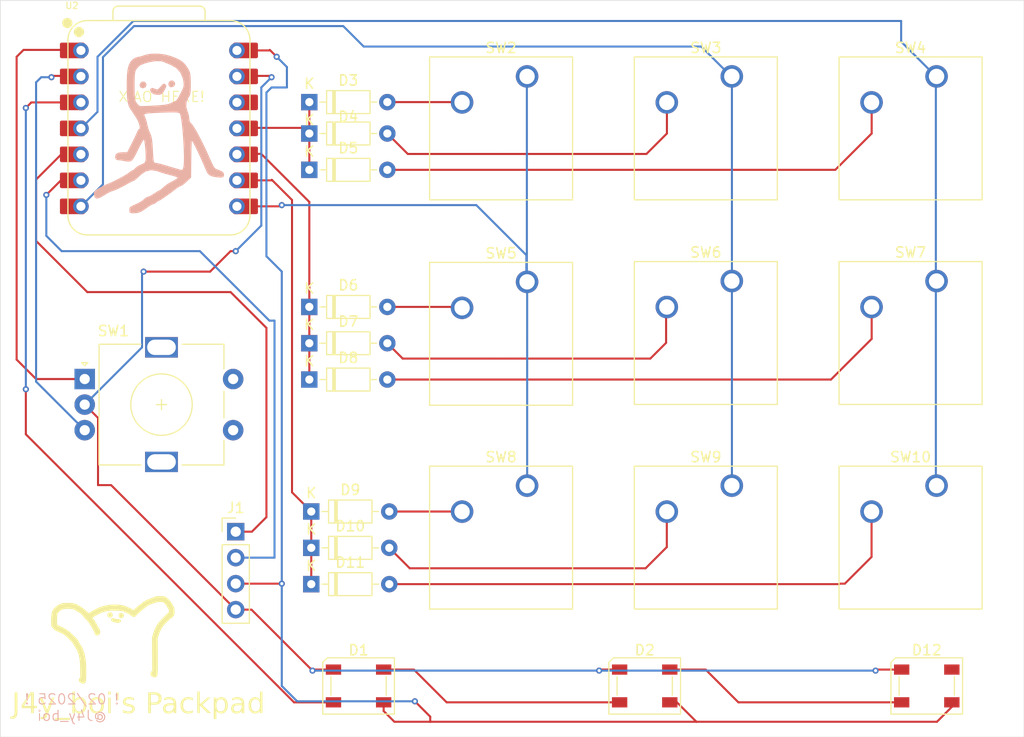
<source format=kicad_pcb>
(kicad_pcb (version 20240108) (generator "pcbnew") (generator_version "8.0")
  (title_block (title "j4y_boi's PackPad!"))
  (layers (0 "F.Cu" signal) (31 "B.Cu" signal) (34 "B.Paste" user) (35 "F.Paste" user) (36 "B.SilkS" user "B.Silkscreen") (37 "F.SilkS" user "F.Silkscreen") (38 "B.Mask" user) (39 "F.Mask" user) (44 "Edge.Cuts" user))
  (net 0 "")
  (net 1 "GND")
  (net 2 "+5V")
  (net 3 "Net-(D1-DOUT)")
  (net 4 "RGB")
  (net 5 "Net-(D12-DIN)")
  (net 6 "Net-(D3-A)")
  (net 7 "ROW0")
  (net 8 "Net-(D4-A)")
  (net 9 "Net-(D5-A)")
  (net 10 "ROW1")
  (net 11 "Net-(D6-A)")
  (net 12 "Net-(D7-A)")
  (net 13 "Net-(D8-A)")
  (net 14 "ROW2")
  (net 15 "Net-(D9-A)")
  (net 16 "Net-(D10-A)")
  (net 17 "Net-(D11-A)")
  (net 19 "SDA")
  (net 20 "SCL")
  (net 21 "POT_B")
  (net 22 "POT_A")
  (net 23 "COL0")
  (net 24 "COL1")
  (net 25 "COL2")
  (footprint "LED_SMD:LED_SK6812_PLCC4_5.0x5.0mm_P3.2mm" (layer "F.Cu") (at 137 133)
    (property "Reference" "D1" (at 0 -3.5 0) (layer "F.SilkS"))
    (property "Value" "SK6812")
    (pad "1" smd rect (at -2.45 -1.6 180) (size 1.5 1) (layers "F.Cu" "F.Paste" "F.Mask") (net 1 "GND"))
    (pad "2" smd rect (at -2.45 1.6 180) (size 1.5 1) (layers "F.Cu" "F.Paste" "F.Mask") (net 4 "RGB"))
    (pad "3" smd rect (at 2.45 1.6 180) (size 1.5 1) (layers "F.Cu" "F.Paste" "F.Mask") (net 2 "+5V"))
    (pad "4" smd rect (at 2.45 -1.6 180) (size 1.5 1) (layers "F.Cu" "F.Paste" "F.Mask") (net 3 "Net-(D1-DOUT)"))
  )
  (footprint "Button_Switch_Keyboard:SW_Cherry_MX_1.00u_PCB" (layer "F.Cu") (at 193.46 73.42)
    (property "Reference" "SW4" (at -2.54 -2.794 0) (layer "F.SilkS"))
    (property "Value" "SW_Push_45deg")
    (pad "" np_thru_hole circle (at -7.62 5.08) (size 1.7 1.7) (drill 1.7) (layers "*.Cu" "*.Mask"))
    (pad "" np_thru_hole circle (at -2.54 5.08) (size 4 4) (drill 4) (layers "*.Cu" "*.Mask"))
    (pad "" np_thru_hole circle (at 2.54 5.08) (size 1.7 1.7) (drill 1.7) (layers "*.Cu" "*.Mask"))
    (pad "1" thru_hole circle (at 0 0) (size 2.2 2.2) (drill 1.5) (layers "*.Cu" "*.Mask") (net 25 "COL2"))
    (pad "2" thru_hole circle (at -6.35 2.54) (size 2.2 2.2) (drill 1.5) (layers "*.Cu" "*.Mask") (net 9 "Net-(D5-A)"))
  )
  (footprint "LED_SMD:LED_SK6812_PLCC4_5.0x5.0mm_P3.2mm" (layer "F.Cu") (at 192.5 133)
    (property "Reference" "D12" (at 0 -3.5 0) (layer "F.SilkS"))
    (property "Value" "SK6812")
    (pad "1" smd rect (at -2.45 -1.6 180) (size 1.5 1) (layers "F.Cu" "F.Paste" "F.Mask") (net 1 "GND"))
    (pad "2" smd rect (at -2.45 1.6 180) (size 1.5 1) (layers "F.Cu" "F.Paste" "F.Mask") (net 5 "Net-(D12-DIN)"))
    (pad "3" smd rect (at 2.45 1.6 180) (size 1.5 1) (layers "F.Cu" "F.Paste" "F.Mask") (net 2 "+5V"))
    (pad "4" smd rect (at 2.45 -1.6 180) (size 1.5 1) (layers "F.Cu" "F.Paste" "F.Mask"))
  )
  (footprint "Seeed Studio XIAO Series Library:XIAO-RP2040-DIP" (layer "F.Cu") (at 117.5 78.5)
    (property "Reference" "U2" (at -8.5 -12 0) (layer "F.SilkS") (effects (font (size 0.635 0.635) (thickness 0.1016))))
    (property "Value" "XIAO-RP2040-DIP")
    (pad "1" smd roundrect (at -8.455 -7.62 180) (size 2.432 1.524) (layers "F.Cu" "F.Mask") (roundrect_rratio 0.1) (net 22 "POT_A"))
    (pad "1" thru_hole circle (at -7.62 -7.62 180) (size 1.524 1.524) (drill 0.889) (layers "*.Cu" "*.Mask") (net 22 "POT_A"))
    (pad "2" smd roundrect (at -8.455 -5.08 180) (size 2.432 1.524) (layers "F.Cu" "F.Mask") (roundrect_rratio 0.1) (net 21 "POT_B"))
    (pad "2" thru_hole circle (at -7.62 -5.08 180) (size 1.524 1.524) (drill 0.889) (layers "*.Cu" "*.Mask") (net 21 "POT_B"))
    (pad "3" smd roundrect (at -8.455 -2.54 180) (size 2.432 1.524) (layers "F.Cu" "F.Mask") (roundrect_rratio 0.1) (net 4 "RGB"))
    (pad "3" thru_hole circle (at -7.62 -2.54 180) (size 1.524 1.524) (drill 0.889) (layers "*.Cu" "*.Mask") (net 4 "RGB"))
    (pad "4" smd roundrect (at -8.455 0 180) (size 2.432 1.524) (layers "F.Cu" "F.Mask") (roundrect_rratio 0.1) (net 25 "COL2"))
    (pad "4" thru_hole circle (at -7.62 0 180) (size 1.524 1.524) (drill 0.889) (layers "*.Cu" "*.Mask") (net 25 "COL2"))
    (pad "5" smd roundrect (at -8.455 2.54 180) (size 2.432 1.524) (layers "F.Cu" "F.Mask") (roundrect_rratio 0.1) (net 19 "SDA"))
    (pad "5" thru_hole circle (at -7.62 2.54 180) (size 1.524 1.524) (drill 0.889) (layers "*.Cu" "*.Mask") (net 19 "SDA"))
    (pad "6" smd roundrect (at -8.455 5.08 180) (size 2.432 1.524) (layers "F.Cu" "F.Mask") (roundrect_rratio 0.1) (net 20 "SCL"))
    (pad "6" thru_hole circle (at -7.62 5.08 180) (size 1.524 1.524) (drill 0.889) (layers "*.Cu" "*.Mask") (net 20 "SCL"))
    (pad "7" smd roundrect (at -8.455 7.62 180) (size 2.432 1.524) (layers "F.Cu" "F.Mask") (roundrect_rratio 0.1) (net 24 "COL1"))
    (pad "7" thru_hole circle (at -7.62 7.62 180) (size 1.524 1.524) (drill 0.889) (layers "*.Cu" "*.Mask") (net 24 "COL1"))
    (pad "8" thru_hole circle (at 7.62 7.62) (size 1.524 1.524) (drill 0.889) (layers "*.Cu" "*.Mask") (net 23 "COL0"))
    (pad "8" smd roundrect (at 8.455 7.62) (size 2.432 1.524) (layers "F.Cu" "F.Mask") (roundrect_rratio 0.1) (net 23 "COL0"))
    (pad "9" thru_hole circle (at 7.62 5.08) (size 1.524 1.524) (drill 0.889) (layers "*.Cu" "*.Mask") (net 14 "ROW2"))
    (pad "9" smd roundrect (at 8.455 5.08) (size 2.432 1.524) (layers "F.Cu" "F.Mask") (roundrect_rratio 0.1) (net 14 "ROW2"))
    (pad "10" thru_hole circle (at 7.62 2.54) (size 1.524 1.524) (drill 0.889) (layers "*.Cu" "*.Mask") (net 10 "ROW1"))
    (pad "10" smd roundrect (at 8.455 2.54) (size 2.432 1.524) (layers "F.Cu" "F.Mask") (roundrect_rratio 0.1) (net 10 "ROW1"))
    (pad "11" thru_hole circle (at 7.62 0) (size 1.524 1.524) (drill 0.889) (layers "*.Cu" "*.Mask") (net 7 "ROW0"))
    (pad "11" smd roundrect (at 8.455 0) (size 2.432 1.524) (layers "F.Cu" "F.Mask") (roundrect_rratio 0.1) (net 7 "ROW0"))
    (pad "12" thru_hole circle (at 7.62 -2.54) (size 1.524 1.524) (drill 0.889) (layers "*.Cu" "*.Mask"))
    (pad "12" smd roundrect (at 8.455 -2.54) (size 2.432 1.524) (layers "F.Cu" "F.Mask") (roundrect_rratio 0.1))
    (pad "13" thru_hole circle (at 7.62 -5.08) (size 1.524 1.524) (drill 0.889) (layers "*.Cu" "*.Mask") (net 1 "GND"))
    (pad "13" smd roundrect (at 8.455 -5.08) (size 2.432 1.524) (layers "F.Cu" "F.Mask") (roundrect_rratio 0.1) (net 1 "GND"))
    (pad "14" thru_hole circle (at 7.62 -7.62) (size 1.524 1.524) (drill 0.889) (layers "*.Cu" "*.Mask") (net 2 "+5V"))
    (pad "14" smd roundrect (at 8.455 -7.62) (size 2.432 1.524) (layers "F.Cu" "F.Mask") (roundrect_rratio 0.1) (net 2 "+5V"))
  )
  (footprint "Diode_THT:D_DO-35_SOD27_P7.62mm_Horizontal" (layer "F.Cu") (at 132.19 79)
    (property "Reference" "D4" (at 3.81 -1.64 0) (layer "F.SilkS"))
    (property "Value" "D")
    (fp_text user "K" (at 0 -1.32 0) (layer "F.SilkS"))
    (pad "1" thru_hole rect (at 0 0) (size 1.6 1.6) (drill 0.8) (layers "*.Cu" "*.Mask") (net 7 "ROW0"))
    (pad "2" thru_hole oval (at 7.62 0) (size 1.6 1.6) (drill 0.8) (layers "*.Cu" "*.Mask") (net 8 "Net-(D4-A)"))
  )
  (footprint "Button_Switch_Keyboard:SW_Cherry_MX_1.00u_PCB" (layer "F.Cu") (at 173.46 113.42)
    (property "Reference" "SW9" (at -2.54 -2.794 0) (layer "F.SilkS"))
    (property "Value" "SW_Push_45deg")
    (pad "" np_thru_hole circle (at -7.62 5.08) (size 1.7 1.7) (drill 1.7) (layers "*.Cu" "*.Mask"))
    (pad "" np_thru_hole circle (at -2.54 5.08) (size 4 4) (drill 4) (layers "*.Cu" "*.Mask"))
    (pad "" np_thru_hole circle (at 2.54 5.08) (size 1.7 1.7) (drill 1.7) (layers "*.Cu" "*.Mask"))
    (pad "1" thru_hole circle (at 0 0) (size 2.2 2.2) (drill 1.5) (layers "*.Cu" "*.Mask") (net 24 "COL1"))
    (pad "2" thru_hole circle (at -6.35 2.54) (size 2.2 2.2) (drill 1.5) (layers "*.Cu" "*.Mask") (net 16 "Net-(D10-A)"))
  )
  (footprint "Button_Switch_Keyboard:SW_Cherry_MX_1.00u_PCB" (layer "F.Cu") (at 193.46 93.42)
    (property "Reference" "SW7" (at -2.54 -2.794 0) (layer "F.SilkS"))
    (property "Value" "SW_Push_45deg")
    (pad "" np_thru_hole circle (at -7.62 5.08) (size 1.7 1.7) (drill 1.7) (layers "*.Cu" "*.Mask"))
    (pad "" np_thru_hole circle (at -2.54 5.08) (size 4 4) (drill 4) (layers "*.Cu" "*.Mask"))
    (pad "" np_thru_hole circle (at 2.54 5.08) (size 1.7 1.7) (drill 1.7) (layers "*.Cu" "*.Mask"))
    (pad "1" thru_hole circle (at 0 0) (size 2.2 2.2) (drill 1.5) (layers "*.Cu" "*.Mask") (net 25 "COL2"))
    (pad "2" thru_hole circle (at -6.35 2.54) (size 2.2 2.2) (drill 1.5) (layers "*.Cu" "*.Mask") (net 13 "Net-(D8-A)"))
  )
  (footprint "Button_Switch_Keyboard:SW_Cherry_MX_1.00u_PCB" (layer "F.Cu") (at 153.46 93.5)
    (property "Reference" "SW5" (at -2.54 -2.794 0) (layer "F.SilkS"))
    (property "Value" "SW_Push_45deg")
    (pad "" np_thru_hole circle (at -7.62 5.08) (size 1.7 1.7) (drill 1.7) (layers "*.Cu" "*.Mask"))
    (pad "" np_thru_hole circle (at -2.54 5.08) (size 4 4) (drill 4) (layers "*.Cu" "*.Mask"))
    (pad "" np_thru_hole circle (at 2.54 5.08) (size 1.7 1.7) (drill 1.7) (layers "*.Cu" "*.Mask"))
    (pad "1" thru_hole circle (at 0 0) (size 2.2 2.2) (drill 1.5) (layers "*.Cu" "*.Mask") (net 23 "COL0"))
    (pad "2" thru_hole circle (at -6.35 2.54) (size 2.2 2.2) (drill 1.5) (layers "*.Cu" "*.Mask") (net 11 "Net-(D6-A)"))
  )
  (footprint "Diode_THT:D_DO-35_SOD27_P7.62mm_Horizontal" (layer "F.Cu") (at 132.38 119.5)
    (property "Reference" "D10" (at 3.81 -2.12 0) (layer "F.SilkS"))
    (property "Value" "D")
    (fp_text user "K" (at 0 -1.8 0) (layer "F.SilkS"))
    (pad "1" thru_hole rect (at 0 0) (size 1.6 1.6) (drill 0.8) (layers "*.Cu" "*.Mask") (net 14 "ROW2"))
    (pad "2" thru_hole oval (at 7.62 0) (size 1.6 1.6) (drill 0.8) (layers "*.Cu" "*.Mask") (net 16 "Net-(D10-A)"))
  )
  (footprint "Diode_THT:D_DO-35_SOD27_P7.62mm_Horizontal" (layer "F.Cu") (at 132.38 115.95)
    (property "Reference" "D9" (at 3.81 -2.12 0) (layer "F.SilkS"))
    (property "Value" "D")
    (fp_text user "K" (at 0 -1.8 0) (layer "F.SilkS"))
    (pad "1" thru_hole rect (at 0 0) (size 1.6 1.6) (drill 0.8) (layers "*.Cu" "*.Mask") (net 14 "ROW2"))
    (pad "2" thru_hole oval (at 7.62 0) (size 1.6 1.6) (drill 0.8) (layers "*.Cu" "*.Mask") (net 15 "Net-(D9-A)"))
  )
  (footprint "Diode_THT:D_DO-35_SOD27_P7.62mm_Horizontal" (layer "F.Cu") (at 132.38 123.05)
    (property "Reference" "D11" (at 3.81 -2.12 0) (layer "F.SilkS"))
    (property "Value" "D")
    (fp_text user "K" (at 0 -1.8 0) (layer "F.SilkS"))
    (pad "1" thru_hole rect (at 0 0) (size 1.6 1.6) (drill 0.8) (layers "*.Cu" "*.Mask") (net 14 "ROW2"))
    (pad "2" thru_hole oval (at 7.62 0) (size 1.6 1.6) (drill 0.8) (layers "*.Cu" "*.Mask") (net 17 "Net-(D11-A)"))
  )
  (footprint "LED_SMD:LED_SK6812_PLCC4_5.0x5.0mm_P3.2mm" (layer "F.Cu") (at 164.95 133)
    (property "Reference" "D2" (at 0 -3.5 0) (layer "F.SilkS"))
    (property "Value" "SK6812")
    (pad "1" smd rect (at -2.45 -1.6 180) (size 1.5 1) (layers "F.Cu" "F.Paste" "F.Mask") (net 1 "GND"))
    (pad "2" smd rect (at -2.45 1.6 180) (size 1.5 1) (layers "F.Cu" "F.Paste" "F.Mask") (net 3 "Net-(D1-DOUT)"))
    (pad "3" smd rect (at 2.45 1.6 180) (size 1.5 1) (layers "F.Cu" "F.Paste" "F.Mask") (net 2 "+5V"))
    (pad "4" smd rect (at 2.45 -1.6 180) (size 1.5 1) (layers "F.Cu" "F.Paste" "F.Mask") (net 5 "Net-(D12-DIN)"))
  )
  (footprint "Rotary_Encoder:RotaryEncoder_Alps_EC11E-Switch_Vertical_H20mm" (layer "F.Cu") (at 110.25 103)
    (property "Reference" "SW1" (at 2.8 -4.7 0) (layer "F.SilkS"))
    (property "Value" "RotaryEncoder")
    (pad "A" thru_hole rect (at 0 0) (size 2 2) (drill 1) (layers "*.Cu" "*.Mask") (net 22 "POT_A"))
    (pad "B" thru_hole circle (at 0 5) (size 2 2) (drill 1) (layers "*.Cu" "*.Mask") (net 21 "POT_B"))
    (pad "C" thru_hole circle (at 0 2.5) (size 2 2) (drill 1) (layers "*.Cu" "*.Mask") (net 1 "GND"))
    (pad "MP" thru_hole rect (at 7.5 -3.1) (size 3.2 2) (drill oval 2.8 1.5) (layers "*.Cu" "*.Mask"))
    (pad "MP" thru_hole rect (at 7.5 8.1) (size 3.2 2) (drill oval 2.8 1.5) (layers "*.Cu" "*.Mask"))
    (pad "S1" thru_hole circle (at 14.5 5) (size 2 2) (drill 1) (layers "*.Cu" "*.Mask"))
    (pad "S2" thru_hole circle (at 14.5 0) (size 2 2) (drill 1) (layers "*.Cu" "*.Mask"))
  )
  (footprint "Connector_PinHeader_2.54mm:PinHeader_1x04_P2.54mm_Vertical" (layer "F.Cu") (at 125 117.92)
    (property "Reference" "J1" (at 0 -2.33 0) (layer "F.SilkS"))
    (property "Value" "OLED_DISPLAY")
    (pad "1" thru_hole rect (at 0 0) (size 1.7 1.7) (drill 1) (layers "*.Cu" "*.Mask") (net 19 "SDA"))
    (pad "2" thru_hole oval (at 0 2.54) (size 1.7 1.7) (drill 1) (layers "*.Cu" "*.Mask") (net 20 "SCL"))
    (pad "3" thru_hole oval (at 0 5.08) (size 1.7 1.7) (drill 1) (layers "*.Cu" "*.Mask") (net 2 "+5V"))
    (pad "4" thru_hole oval (at 0 7.62) (size 1.7 1.7) (drill 1) (layers "*.Cu" "*.Mask") (net 1 "GND"))
  )
  (footprint "Diode_THT:D_DO-35_SOD27_P7.62mm_Horizontal" (layer "F.Cu") (at 132.19 99.5)
    (property "Reference" "D7" (at 3.81 -2.12 0) (layer "F.SilkS"))
    (property "Value" "D")
    (fp_text user "K" (at 0 -1.8 0) (layer "F.SilkS"))
    (pad "1" thru_hole rect (at 0 0) (size 1.6 1.6) (drill 0.8) (layers "*.Cu" "*.Mask") (net 10 "ROW1"))
    (pad "2" thru_hole oval (at 7.62 0) (size 1.6 1.6) (drill 0.8) (layers "*.Cu" "*.Mask") (net 12 "Net-(D7-A)"))
  )
  (footprint "Button_Switch_Keyboard:SW_Cherry_MX_1.00u_PCB" (layer "F.Cu") (at 153.46 113.42)
    (property "Reference" "SW8" (at -2.54 -2.794 0) (layer "F.SilkS"))
    (property "Value" "SW_Push_45deg")
    (pad "" np_thru_hole circle (at -7.62 5.08) (size 1.7 1.7) (drill 1.7) (layers "*.Cu" "*.Mask"))
    (pad "" np_thru_hole circle (at -2.54 5.08) (size 4 4) (drill 4) (layers "*.Cu" "*.Mask"))
    (pad "" np_thru_hole circle (at 2.54 5.08) (size 1.7 1.7) (drill 1.7) (layers "*.Cu" "*.Mask"))
    (pad "1" thru_hole circle (at 0 0) (size 2.2 2.2) (drill 1.5) (layers "*.Cu" "*.Mask") (net 23 "COL0"))
    (pad "2" thru_hole circle (at -6.35 2.54) (size 2.2 2.2) (drill 1.5) (layers "*.Cu" "*.Mask") (net 15 "Net-(D9-A)"))
  )
  (footprint "Button_Switch_Keyboard:SW_Cherry_MX_1.00u_PCB" (layer "F.Cu") (at 193.46 113.42)
    (property "Reference" "SW10" (at -2.54 -2.794 0) (layer "F.SilkS"))
    (property "Value" "SW_Push_45deg")
    (pad "" np_thru_hole circle (at -7.62 5.08) (size 1.7 1.7) (drill 1.7) (layers "*.Cu" "*.Mask"))
    (pad "" np_thru_hole circle (at -2.54 5.08) (size 4 4) (drill 4) (layers "*.Cu" "*.Mask"))
    (pad "" np_thru_hole circle (at 2.54 5.08) (size 1.7 1.7) (drill 1.7) (layers "*.Cu" "*.Mask"))
    (pad "1" thru_hole circle (at 0 0) (size 2.2 2.2) (drill 1.5) (layers "*.Cu" "*.Mask") (net 25 "COL2"))
    (pad "2" thru_hole circle (at -6.35 2.54) (size 2.2 2.2) (drill 1.5) (layers "*.Cu" "*.Mask") (net 17 "Net-(D11-A)"))
  )
  (footprint "Button_Switch_Keyboard:SW_Cherry_MX_1.00u_PCB" (layer "F.Cu") (at 173.46 93.42)
    (property "Reference" "SW6" (at -2.54 -2.794 0) (layer "F.SilkS"))
    (property "Value" "SW_Push_45deg")
    (pad "" np_thru_hole circle (at -7.62 5.08) (size 1.7 1.7) (drill 1.7) (layers "*.Cu" "*.Mask"))
    (pad "" np_thru_hole circle (at -2.54 5.08) (size 4 4) (drill 4) (layers "*.Cu" "*.Mask"))
    (pad "" np_thru_hole circle (at 2.54 5.08) (size 1.7 1.7) (drill 1.7) (layers "*.Cu" "*.Mask"))
    (pad "1" thru_hole circle (at 0 0) (size 2.2 2.2) (drill 1.5) (layers "*.Cu" "*.Mask") (net 24 "COL1"))
    (pad "2" thru_hole circle (at -6.35 2.54) (size 2.2 2.2) (drill 1.5) (layers "*.Cu" "*.Mask") (net 12 "Net-(D7-A)"))
  )
  (footprint "Diode_THT:D_DO-35_SOD27_P7.62mm_Horizontal" (layer "F.Cu") (at 132.19 82.55)
    (property "Reference" "D5" (at 3.81 -2.12 0) (layer "F.SilkS"))
    (property "Value" "D")
    (fp_text user "K" (at 0 -1.8 0) (layer "F.SilkS"))
    (pad "1" thru_hole rect (at 0 0) (size 1.6 1.6) (drill 0.8) (layers "*.Cu" "*.Mask") (net 7 "ROW0"))
    (pad "2" thru_hole oval (at 7.62 0) (size 1.6 1.6) (drill 0.8) (layers "*.Cu" "*.Mask") (net 9 "Net-(D5-A)"))
  )
  (footprint "Button_Switch_Keyboard:SW_Cherry_MX_1.00u_PCB" (layer "F.Cu") (at 173.46 73.42)
    (property "Reference" "SW3" (at -2.54 -2.794 0) (layer "F.SilkS"))
    (property "Value" "SW_Push_45deg")
    (pad "" np_thru_hole circle (at -7.62 5.08) (size 1.7 1.7) (drill 1.7) (layers "*.Cu" "*.Mask"))
    (pad "" np_thru_hole circle (at -2.54 5.08) (size 4 4) (drill 4) (layers "*.Cu" "*.Mask"))
    (pad "" np_thru_hole circle (at 2.54 5.08) (size 1.7 1.7) (drill 1.7) (layers "*.Cu" "*.Mask"))
    (pad "1" thru_hole circle (at 0 0) (size 2.2 2.2) (drill 1.5) (layers "*.Cu" "*.Mask") (net 24 "COL1"))
    (pad "2" thru_hole circle (at -6.35 2.54) (size 2.2 2.2) (drill 1.5) (layers "*.Cu" "*.Mask") (net 8 "Net-(D4-A)"))
  )
  (footprint "LOGO" (layer "F.Cu") (at 113.696814 127.866603)
    (property "Reference" "G***" (hide yes))
    (property "Value" "LOGO" (hide yes))
  )
  (footprint "Diode_THT:D_DO-35_SOD27_P7.62mm_Horizontal" (layer "F.Cu") (at 132.19 75.93)
    (property "Reference" "D3" (at 3.81 -2.12 0) (layer "F.SilkS"))
    (property "Value" "D")
    (fp_text user "K" (at 0 -1.8 0) (layer "F.SilkS"))
    (pad "1" thru_hole rect (at 0 0) (size 1.6 1.6) (drill 0.8) (layers "*.Cu" "*.Mask") (net 7 "ROW0"))
    (pad "2" thru_hole oval (at 7.62 0) (size 1.6 1.6) (drill 0.8) (layers "*.Cu" "*.Mask") (net 6 "Net-(D3-A)"))
  )
  (footprint "Diode_THT:D_DO-35_SOD27_P7.62mm_Horizontal" (layer "F.Cu") (at 132.19 103.05)
    (property "Reference" "D8" (at 3.81 -2.12 0) (layer "F.SilkS"))
    (property "Value" "D")
    (fp_text user "K" (at 0 -1.8 0) (layer "F.SilkS"))
    (pad "1" thru_hole rect (at 0 0) (size 1.6 1.6) (drill 0.8) (layers "*.Cu" "*.Mask") (net 10 "ROW1"))
    (pad "2" thru_hole oval (at 7.62 0) (size 1.6 1.6) (drill 0.8) (layers "*.Cu" "*.Mask") (net 13 "Net-(D8-A)"))
  )
  (footprint "Button_Switch_Keyboard:SW_Cherry_MX_1.00u_PCB" (layer "F.Cu") (at 153.46 73.42)
    (property "Reference" "SW2" (at -2.54 -2.794 0) (layer "F.SilkS"))
    (property "Value" "SW_Push_45deg")
    (pad "" np_thru_hole circle (at -7.62 5.08) (size 1.7 1.7) (drill 1.7) (layers "*.Cu" "*.Mask"))
    (pad "" np_thru_hole circle (at -2.54 5.08) (size 4 4) (drill 4) (layers "*.Cu" "*.Mask"))
    (pad "" np_thru_hole circle (at 2.54 5.08) (size 1.7 1.7) (drill 1.7) (layers "*.Cu" "*.Mask"))
    (pad "1" thru_hole circle (at 0 0) (size 2.2 2.2) (drill 1.5) (layers "*.Cu" "*.Mask") (net 23 "COL0"))
    (pad "2" thru_hole circle (at -6.35 2.54) (size 2.2 2.2) (drill 1.5) (layers "*.Cu" "*.Mask") (net 6 "Net-(D3-A)"))
  )
  (footprint "Diode_THT:D_DO-35_SOD27_P7.62mm_Horizontal" (layer "F.Cu") (at 132.19 95.95)
    (property "Reference" "D6" (at 3.81 -2.12 0) (layer "F.SilkS"))
    (property "Value" "D")
    (fp_text user "K" (at 0 -1.8 0) (layer "F.SilkS"))
    (pad "1" thru_hole rect (at 0 0) (size 1.6 1.6) (drill 0.8) (layers "*.Cu" "*.Mask") (net 10 "ROW1"))
    (pad "2" thru_hole oval (at 7.62 0) (size 1.6 1.6) (drill 0.8) (layers "*.Cu" "*.Mask") (net 11 "Net-(D6-A)"))
  )
  (footprint "LOGO" (layer "B.Cu") (at 116.524147 75.645007 180)
    (property "Reference" "G***" (hide yes))
    (property "Value" "LOGO" (hide yes))
  )
  (gr_rect (start 102 66) (end 202 138) (stroke (width 0.05)) (fill none) (layer "Edge.Cuts"))
  (gr_text "! 02/2025 !\n@J4y_boi" (at 109 136.5 0) (layer "B.SilkS") (effects (font (size 1 1) (thickness 0.1)) (justify bottom mirror)))
  (gr_text "J4y_boi's Packpad" (at 115.5 136 0) (layer "F.SilkS") (effects (font (size 2 2) (thickness 0.1)) (justify bottom)))
  (gr_text "XIAO HERE!" (at 113.482 76 0) (layer "F.SilkS") (effects (font (size 1 1) (thickness 0.1)) (justify left bottom)))
  (segment (start 187.6 131.4) (end 187.5 131.5) (width 0.2) (layer "F.Cu") (net 1))
  (segment (start 112.83 113.37) (end 125 125.54) (width 0.2) (layer "F.Cu") (net 1))
  (segment (start 134.55 131.4) (end 132.6 131.4) (width 0.2) (layer "F.Cu") (net 1))
  (segment (start 160.5 131.5) (end 160.6 131.4) (width 0.2) (layer "F.Cu") (net 1))
  (segment (start 116 92.5) (end 122.5 92.5) (width 0.2) (layer "F.Cu") (net 1))
  (segment (start 190.05 131.4) (end 187.6 131.4) (width 0.2) (layer "F.Cu") (net 1))
  (segment (start 111.55 113.37) (end 112.83 113.37) (width 0.2) (layer "F.Cu") (net 1))
  (segment (start 110.25 105.5) (end 111.55 106.8) (width 0.2) (layer "F.Cu") (net 1))
  (segment (start 122.5 92.5) (end 124.5 90.5) (width 0.2) (layer "F.Cu") (net 1))
  (segment (start 125 125.54) (end 126.54 125.54) (width 0.2) (layer "F.Cu") (net 1))
  (segment (start 160.6 131.4) (end 162.5 131.4) (width 0.2) (layer "F.Cu") (net 1))
  (segment (start 132.6 131.4) (end 132.5 131.5) (width 0.2) (layer "F.Cu") (net 1))
  (segment (start 126.54 125.54) (end 132.5 131.5) (width 0.2) (layer "F.Cu") (net 1))
  (segment (start 124.5 90.5) (end 125 90.5) (width 0.2) (layer "F.Cu") (net 1))
  (segment (start 125.665 73.368) (end 128.368 73.368) (width 0.2) (layer "F.Cu") (net 1))
  (segment (start 111.55 106.8) (end 111.55 113.37) (width 0.2) (layer "F.Cu") (net 1))
  (segment (start 128.368 73.368) (end 128.5 73.5) (width 0.2) (layer "F.Cu") (net 1))
  (via (at 160.5 131.5) (size 0.6) (drill 0.3) (layers "F.Cu" "B.Cu") (net 1))
  (via (at 125 90.5) (size 0.6) (drill 0.3) (layers "F.Cu" "B.Cu") (net 1))
  (via (at 187.5 131.5) (size 0.6) (drill 0.3) (layers "F.Cu" "B.Cu") (net 1))
  (via (at 132.5 131.5) (size 0.6) (drill 0.3) (layers "F.Cu" "B.Cu") (net 1))
  (via (at 116 92.5) (size 0.6) (drill 0.3) (layers "F.Cu" "B.Cu") (net 1))
  (via (at 128.5 73.5) (size 0.6) (drill 0.3) (layers "F.Cu" "B.Cu") (net 1))
  (segment (start 187.5 131.5) (end 160.5 131.5) (width 0.2) (layer "B.Cu") (net 1))
  (segment (start 110.25 105.5) (end 115.85 99.9) (width 0.2) (layer "B.Cu") (net 1))
  (segment (start 127.5 88) (end 127.5 74.5) (width 0.2) (layer "B.Cu") (net 1))
  (segment (start 127.5 74.5) (end 128.5 73.5) (width 0.2) (layer "B.Cu") (net 1))
  (segment (start 160.5 131.5) (end 132.5 131.5) (width 0.2) (layer "B.Cu") (net 1))
  (segment (start 125 90.5) (end 127.5 88) (width 0.2) (layer "B.Cu") (net 1))
  (segment (start 115.85 92.65) (end 116 92.5) (width 0.2) (layer "B.Cu") (net 1))
  (segment (start 115.85 99.9) (end 115.85 92.65) (width 0.2) (layer "B.Cu") (net 1))
  (segment (start 142.5 134.5) (end 144 136) (width 0.2) (layer "F.Cu") (net 2))
  (segment (start 128.328 70.828) (end 129 71.5) (width 0.2) (layer "F.Cu") (net 2))
  (segment (start 139.45 135.45) (end 140.5 136.5) (width 0.2) (layer "F.Cu") (net 2))
  (segment (start 194.95 134.6) (end 194.95 135.05) (width 0.2) (layer "F.Cu") (net 2))
  (segment (start 168.1 134.6) (end 170 136.5) (width 0.2) (layer "F.Cu") (net 2))
  (segment (start 194.95 135.05) (end 193.5 136.5) (width 0.2) (layer "F.Cu") (net 2))
  (segment (start 139.45 134.6) (end 139.45 135.45) (width 0.2) (layer "F.Cu") (net 2))
  (segment (start 128.328 70.828) (end 128.276 70.88) (width 0.2) (layer "F.Cu") (net 2))
  (segment (start 140.5 136.5) (end 144 136.5) (width 0.2) (layer "F.Cu") (net 2))
  (segment (start 144 136.5) (end 170 136.5) (width 0.2) (layer "F.Cu") (net 2))
  (segment (start 128.276 70.88) (end 125.955 70.88) (width 0.2) (layer "F.Cu") (net 2))
  (segment (start 144 136) (end 144 136.5) (width 0.2) (layer "F.Cu") (net 2))
  (segment (start 125 123) (end 129.5 123) (width 0.2) (layer "F.Cu") (net 2))
  (segment (start 193.5 136.5) (end 170 136.5) (width 0.2) (layer "F.Cu") (net 2))
  (segment (start 167.4 134.6) (end 168.1 134.6) (width 0.2) (layer "F.Cu") (net 2))
  (via (at 129.5 123) (size 0.6) (drill 0.3) (layers "F.Cu" "B.Cu") (net 2))
  (via (at 142.5 134.5) (size 0.6) (drill 0.3) (layers "F.Cu" "B.Cu") (net 2))
  (via (at 129 71.5) (size 0.6) (drill 0.3) (layers "F.Cu" "B.Cu") (net 2))
  (segment (start 129.5 133) (end 129.5 123) (width 0.2) (layer "B.Cu") (net 2))
  (segment (start 130 72.5) (end 129 71.5) (width 0.2) (layer "B.Cu") (net 2))
  (segment (start 142.5 134.5) (end 131 134.5) (width 0.2) (layer "B.Cu") (net 2))
  (segment (start 128.5 74.5) (end 130 74.5) (width 0.2) (layer "B.Cu") (net 2))
  (segment (start 129.5 123) (end 129.5 92.5) (width 0.2) (layer "B.Cu") (net 2))
  (segment (start 128 91) (end 128 75) (width 0.2) (layer "B.Cu") (net 2))
  (segment (start 129.5 92.5) (end 128 91) (width 0.2) (layer "B.Cu") (net 2))
  (segment (start 130 74.5) (end 130 72.5) (width 0.2) (layer "B.Cu") (net 2))
  (segment (start 131 134.5) (end 129.5 133) (width 0.2) (layer "B.Cu") (net 2))
  (segment (start 128 75) (end 128.5 74.5) (width 0.2) (layer "B.Cu") (net 2))
  (segment (start 142.4 131.4) (end 145.6 134.6) (width 0.2) (layer "F.Cu") (net 3))
  (segment (start 145.6 134.6) (end 162.5 134.6) (width 0.2) (layer "F.Cu") (net 3))
  (segment (start 139.45 131.4) (end 142.4 131.4) (width 0.2) (layer "F.Cu") (net 3))
  (segment (start 134.55 134.6) (end 130.7 134.6) (width 0.2) (layer "F.Cu") (net 4))
  (segment (start 105 76) (end 105.04 75.96) (width 0.2) (layer "F.Cu") (net 4))
  (segment (start 104.5 108.4) (end 104.5 104) (width 0.2) (layer "F.Cu") (net 4))
  (segment (start 105.04 75.96) (end 109.045 75.96) (width 0.2) (layer "F.Cu") (net 4))
  (segment (start 105 76) (end 104.5 76.5) (width 0.2) (layer "F.Cu") (net 4))
  (segment (start 130.7 134.6) (end 104.5 108.4) (width 0.2) (layer "F.Cu") (net 4))
  (via (at 104.5 104) (size 0.6) (drill 0.3) (layers "F.Cu" "B.Cu") (net 4))
  (via (at 104.5 76.5) (size 0.6) (drill 0.3) (layers "F.Cu" "B.Cu") (net 4))
  (segment (start 104.5 104) (end 104.5 76.5) (width 0.2) (layer "B.Cu") (net 4))
  (segment (start 167.4 131.4) (end 170.9 131.4) (width 0.2) (layer "F.Cu") (net 5))
  (segment (start 170.9 131.4) (end 174.1 134.6) (width 0.2) (layer "F.Cu") (net 5))
  (segment (start 174.1 134.6) (end 190.05 134.6) (width 0.2) (layer "F.Cu") (net 5))
  (segment (start 139.81 75.93) (end 146.95 75.93) (width 0.2) (layer "F.Cu") (net 6))
  (segment (start 146.95 75.93) (end 147.09 76.07) (width 0.2) (layer "F.Cu") (net 6))
  (segment (start 125.665 78.448) (end 131.638 78.448) (width 0.2) (layer "F.Cu") (net 7))
  (segment (start 132.19 79) (end 132.19 75.93) (width 0.2) (layer "F.Cu") (net 7))
  (segment (start 132.19 82.55) (end 132.19 79) (width 0.2) (layer "F.Cu") (net 7))
  (segment (start 131.638 78.448) (end 132.19 79) (width 0.2) (layer "F.Cu") (net 7))
  (segment (start 165.117056 81) (end 167.12 78.997056) (width 0.2) (layer "F.Cu") (net 8))
  (segment (start 139.81 79) (end 141.81 81) (width 0.2) (layer "F.Cu") (net 8))
  (segment (start 167.12 78.997056) (end 167.12 76.03) (width 0.2) (layer "F.Cu") (net 8))
  (segment (start 141.81 81) (end 165.117056 81) (width 0.2) (layer "F.Cu") (net 8))
  (segment (start 187.12 78.997056) (end 187.12 76.03) (width 0.2) (layer "F.Cu") (net 9))
  (segment (start 139.81 82.55) (end 183.567056 82.55) (width 0.2) (layer "F.Cu") (net 9))
  (segment (start 183.567056 82.55) (end 187.12 78.997056) (width 0.2) (layer "F.Cu") (net 9))
  (segment (start 127.488 80.988) (end 125.665 80.988) (width 0.2) (layer "F.Cu") (net 10))
  (segment (start 132.19 85.69) (end 127.488 80.988) (width 0.2) (layer "F.Cu") (net 10))
  (segment (start 132.19 95.95) (end 132.19 85.69) (width 0.2) (layer "F.Cu") (net 10))
  (segment (start 132.19 103.05) (end 132.19 99.5) (width 0.2) (layer "F.Cu") (net 10))
  (segment (start 132.19 99.5) (end 132.19 95.95) (width 0.2) (layer "F.Cu") (net 10))
  (segment (start 139.81 95.95) (end 146.88 95.95) (width 0.2) (layer "F.Cu") (net 11))
  (segment (start 146.88 95.95) (end 147.04 96.11) (width 0.2) (layer "F.Cu") (net 11))
  (segment (start 139.81 99.5) (end 141.31 101) (width 0.2) (layer "F.Cu") (net 12))
  (segment (start 141.31 101) (end 165.5 101) (width 0.2) (layer "F.Cu") (net 12))
  (segment (start 165.5 101) (end 167.04 99.46) (width 0.2) (layer "F.Cu") (net 12))
  (segment (start 167.04 99.46) (end 167.04 96.11) (width 0.2) (layer "F.Cu") (net 12))
  (segment (start 183.147056 103.05) (end 187.12 99.077056) (width 0.2) (layer "F.Cu") (net 13))
  (segment (start 139.81 103.05) (end 183.147056 103.05) (width 0.2) (layer "F.Cu") (net 13))
  (segment (start 187.12 99.077056) (end 187.12 96.11) (width 0.2) (layer "F.Cu") (net 13))
  (segment (start 130.5 114.07) (end 132.38 115.95) (width 0.2) (layer "F.Cu") (net 14))
  (segment (start 132.38 123.05) (end 132.38 119.5) (width 0.2) (layer "F.Cu") (net 14))
  (segment (start 128.476 83.58) (end 125.955 83.58) (width 0.2) (layer "F.Cu") (net 14))
  (segment (start 128.528 83.528) (end 130.5 85.5) (width 0.2) (layer "F.Cu") (net 14))
  (segment (start 132.38 115.95) (end 132.38 119.5) (width 0.2) (layer "F.Cu") (net 14))
  (segment (start 128.528 83.528) (end 128.476 83.58) (width 0.2) (layer "F.Cu") (net 14))
  (segment (start 130.5 85.5) (end 130.5 114.07) (width 0.2) (layer "F.Cu") (net 14))
  (segment (start 140 115.95) (end 147.04 115.95) (width 0.2) (layer "F.Cu") (net 15))
  (segment (start 147.04 115.95) (end 147.12 116.03) (width 0.2) (layer "F.Cu") (net 15))
  (segment (start 167.11 119.427056) (end 167.11 116.46) (width 0.2) (layer "F.Cu") (net 16))
  (segment (start 165.037056 121.5) (end 167.11 119.427056) (width 0.2) (layer "F.Cu") (net 16))
  (segment (start 140 119.5) (end 142 121.5) (width 0.2) (layer "F.Cu") (net 16))
  (segment (start 142 121.5) (end 165.037056 121.5) (width 0.2) (layer "F.Cu") (net 16))
  (segment (start 184.5 123) (end 187.11 120.39) (width 0.2) (layer "F.Cu") (net 17))
  (segment (start 183.95 123.05) (end 184 123) (width 0.2) (layer "F.Cu") (net 17))
  (segment (start 140 123.05) (end 183.95 123.05) (width 0.2) (layer "F.Cu") (net 17))
  (segment (start 187.11 120.39) (end 187.11 115.96) (width 0.2) (layer "F.Cu") (net 17))
  (segment (start 184 123) (end 184.5 123) (width 0.2) (layer "F.Cu") (net 17))
  (segment (start 105.5 83.5) (end 105.5 89.5) (width 0.2) (layer "F.Cu") (net 19))
  (segment (start 110.5 94.5) (end 124.5 94.5) (width 0.2) (layer "F.Cu") (net 19))
  (segment (start 109.5 80.988) (end 108.012 80.988) (width 0.2) (layer "F.Cu") (net 19))
  (segment (start 128 98) (end 128 116.5) (width 0.2) (layer "F.Cu") (net 19))
  (segment (start 126.58 117.92) (end 125 117.92) (width 0.2) (layer "F.Cu") (net 19))
  (segment (start 128 116.5) (end 126.58 117.92) (width 0.2) (layer "F.Cu") (net 19))
  (segment (start 124.5 94.5) (end 128 98) (width 0.2) (layer "F.Cu") (net 19))
  (segment (start 108.012 80.988) (end 105.5 83.5) (width 0.2) (layer "F.Cu") (net 19))
  (segment (start 105.5 89.5) (end 110.5 94.5) (width 0.2) (layer "F.Cu") (net 19))
  (segment (start 106.5 85) (end 107.972 83.528) (width 0.2) (layer "F.Cu") (net 20))
  (segment (start 107.972 83.528) (end 109.5 83.528) (width 0.2) (layer "F.Cu") (net 20))
  (via (at 106.5 85) (size 0.6) (drill 0.3) (layers "F.Cu" "B.Cu") (net 20))
  (segment (start 121.5 90.5) (end 128.29 97.29) (width 0.2) (layer "B.Cu") (net 20))
  (segment (start 128.79 97.29) (end 128.79 120.46) (width 0.2) (layer "B.Cu") (net 20))
  (segment (start 128.29 97.29) (end 128.79 97.29) (width 0.2) (layer "B.Cu") (net 20))
  (segment (start 128.79 120.46) (end 125 120.46) (width 0.2) (layer "B.Cu") (net 20))
  (segment (start 108 90.5) (end 121.5 90.5) (width 0.2) (layer "B.Cu") (net 20))
  (segment (start 106.5 89) (end 108 90.5) (width 0.2) (layer "B.Cu") (net 20))
  (segment (start 106.5 85) (end 106.5 89) (width 0.2) (layer "B.Cu") (net 20))
  (segment (start 107.132 73.368) (end 109.5 73.368) (width 0.2) (layer "F.Cu") (net 21))
  (segment (start 107 73.5) (end 107.132 73.368) (width 0.2) (layer "F.Cu") (net 21))
  (via (at 107 73.5) (size 0.6) (drill 0.3) (layers "F.Cu" "B.Cu") (net 21))
  (segment (start 106 73.5) (end 107 73.5) (width 0.2) (layer "B.Cu") (net 21))
  (segment (start 105.5 103.25) (end 105.5 74) (width 0.2) (layer "B.Cu") (net 21))
  (segment (start 110.25 108) (end 105.5 103.25) (width 0.2) (layer "B.Cu") (net 21))
  (segment (start 105.5 74) (end 106 73.5) (width 0.2) (layer "B.Cu") (net 21))
  (segment (start 104.272 70.828) (end 103.6 71.5) (width 0.2) (layer "F.Cu") (net 22))
  (segment (start 105.5 103) (end 110.25 103) (width 0.2) (layer "F.Cu") (net 22))
  (segment (start 103.6 101.1) (end 105.5 103) (width 0.2) (layer "F.Cu") (net 22))
  (segment (start 103.6 71.5) (end 103.6 101.1) (width 0.2) (layer "F.Cu") (net 22))
  (segment (start 109.5 70.828) (end 104.272 70.828) (width 0.2) (layer "F.Cu") (net 22))
  (segment (start 125.955 86.12) (end 129.38 86.12) (width 0.2) (layer "F.Cu") (net 23))
  (segment (start 129.38 86.12) (end 129.5 86) (width 0.2) (layer "F.Cu") (net 23))
  (via (at 129.5 86) (size 0.6) (drill 0.3) (layers "F.Cu" "B.Cu") (net 23))
  (segment (start 153.44 93.52) (end 153.39 93.57) (width 0.2) (layer "B.Cu") (net 23))
  (segment (start 153.39 90.89) (end 153.39 93.57) (width 0.2) (layer "B.Cu") (net 23))
  (segment (start 153.47 93.65) (end 153.39 93.57) (width 0.2) (layer "B.Cu") (net 23))
  (segment (start 153.44 73.53) (end 153.44 93.52) (width 0.2) (layer "B.Cu") (net 23))
  (segment (start 153.47 113.49) (end 153.47 93.65) (width 0.2) (layer "B.Cu") (net 23))
  (segment (start 148.5 86) (end 153.39 90.89) (width 0.2) (layer "B.Cu") (net 23))
  (segment (start 129.5 86) (end 148.5 86) (width 0.2) (layer "B.Cu") (net 23))
  (segment (start 109.068 86.5) (end 109.5 86.068) (width 0.2) (layer "F.Cu") (net 24))
  (segment (start 173.47 73.49) (end 170.5 70.52) (width 0.2) (layer "B.Cu") (net 24))
  (segment (start 173.47 113.41) (end 173.39 113.49) (width 0.2) (layer "B.Cu") (net 24))
  (segment (start 173.47 73.49) (end 173.47 113.41) (width 0.2) (layer "B.Cu") (net 24))
  (segment (start 170.5 70.5) (end 137.5 70.5) (width 0.2) (layer "B.Cu") (net 24))
  (segment (start 112.032843 83.967157) (end 109.88 86.12) (width 0.2) (layer "B.Cu") (net 24))
  (segment (start 137.5 70.5) (end 135.5 68.5) (width 0.2) (layer "B.Cu") (net 24))
  (segment (start 115.065686 68.5) (end 112.032843 71.532843) (width 0.2) (layer "B.Cu") (net 24))
  (segment (start 112.032843 71.532843) (end 112.032843 83.967157) (width 0.2) (layer "B.Cu") (net 24))
  (segment (start 135.5 68.5) (end 115.065686 68.5) (width 0.2) (layer "B.Cu") (net 24))
  (segment (start 170.5 70.52) (end 170.5 70.5) (width 0.2) (layer "B.Cu") (net 24))
  (segment (start 111.5 76.88) (end 109.88 78.5) (width 0.2) (layer "B.Cu") (net 25))
  (segment (start 111.5 71.5) (end 111.5 76.88) (width 0.2) (layer "B.Cu") (net 25))
  (segment (start 193.39 113.49) (end 193.39 73.57) (width 0.2) (layer "B.Cu") (net 25))
  (segment (start 190 68) (end 115 68) (width 0.2) (layer "B.Cu") (net 25))
  (segment (start 115 68) (end 111.5 71.5) (width 0.2) (layer "B.Cu") (net 25))
  (segment (start 193.39 73.57) (end 193.47 73.49) (width 0.2) (layer "B.Cu") (net 25))
  (segment (start 190 70.02) (end 190 68) (width 0.2) (layer "B.Cu") (net 25))
  (segment (start 193.47 73.49) (end 190 70.02) (width 0.2) (layer "B.Cu") (net 25))
)
</source>
